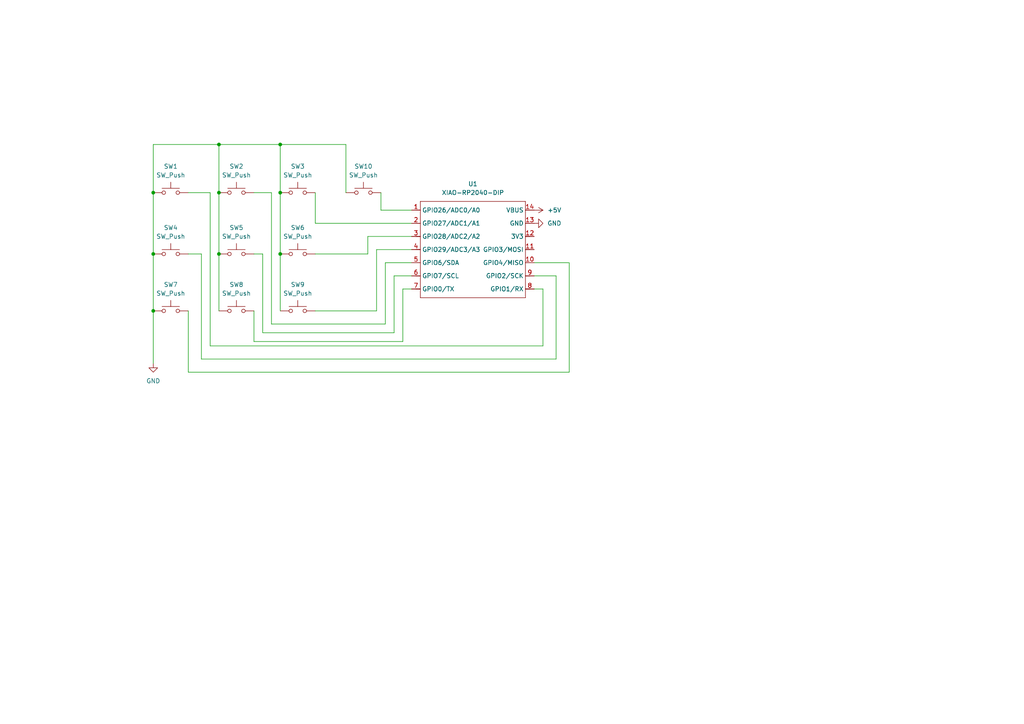
<source format=kicad_sch>
(kicad_sch
	(version 20250114)
	(generator "eeschema")
	(generator_version "9.0")
	(uuid "261bcb19-eafa-4716-a64e-0e08d9b81913")
	(paper "A4")
	(lib_symbols
		(symbol "OPL:XIAO-RP2040-DIP"
			(exclude_from_sim no)
			(in_bom yes)
			(on_board yes)
			(property "Reference" "U"
				(at 0 0 0)
				(effects
					(font
						(size 1.27 1.27)
					)
				)
			)
			(property "Value" "XIAO-RP2040-DIP"
				(at 5.334 -1.778 0)
				(effects
					(font
						(size 1.27 1.27)
					)
				)
			)
			(property "Footprint" "Module:MOUDLE14P-XIAO-DIP-SMD"
				(at 14.478 -32.258 0)
				(effects
					(font
						(size 1.27 1.27)
					)
					(hide yes)
				)
			)
			(property "Datasheet" ""
				(at 0 0 0)
				(effects
					(font
						(size 1.27 1.27)
					)
					(hide yes)
				)
			)
			(property "Description" ""
				(at 0 0 0)
				(effects
					(font
						(size 1.27 1.27)
					)
					(hide yes)
				)
			)
			(symbol "XIAO-RP2040-DIP_1_0"
				(polyline
					(pts
						(xy -1.27 -2.54) (xy 29.21 -2.54)
					)
					(stroke
						(width 0.1524)
						(type solid)
					)
					(fill
						(type none)
					)
				)
				(polyline
					(pts
						(xy -1.27 -5.08) (xy -2.54 -5.08)
					)
					(stroke
						(width 0.1524)
						(type solid)
					)
					(fill
						(type none)
					)
				)
				(polyline
					(pts
						(xy -1.27 -5.08) (xy -1.27 -2.54)
					)
					(stroke
						(width 0.1524)
						(type solid)
					)
					(fill
						(type none)
					)
				)
				(polyline
					(pts
						(xy -1.27 -8.89) (xy -2.54 -8.89)
					)
					(stroke
						(width 0.1524)
						(type solid)
					)
					(fill
						(type none)
					)
				)
				(polyline
					(pts
						(xy -1.27 -8.89) (xy -1.27 -5.08)
					)
					(stroke
						(width 0.1524)
						(type solid)
					)
					(fill
						(type none)
					)
				)
				(polyline
					(pts
						(xy -1.27 -12.7) (xy -2.54 -12.7)
					)
					(stroke
						(width 0.1524)
						(type solid)
					)
					(fill
						(type none)
					)
				)
				(polyline
					(pts
						(xy -1.27 -12.7) (xy -1.27 -8.89)
					)
					(stroke
						(width 0.1524)
						(type solid)
					)
					(fill
						(type none)
					)
				)
				(polyline
					(pts
						(xy -1.27 -16.51) (xy -2.54 -16.51)
					)
					(stroke
						(width 0.1524)
						(type solid)
					)
					(fill
						(type none)
					)
				)
				(polyline
					(pts
						(xy -1.27 -16.51) (xy -1.27 -12.7)
					)
					(stroke
						(width 0.1524)
						(type solid)
					)
					(fill
						(type none)
					)
				)
				(polyline
					(pts
						(xy -1.27 -20.32) (xy -2.54 -20.32)
					)
					(stroke
						(width 0.1524)
						(type solid)
					)
					(fill
						(type none)
					)
				)
				(polyline
					(pts
						(xy -1.27 -24.13) (xy -2.54 -24.13)
					)
					(stroke
						(width 0.1524)
						(type solid)
					)
					(fill
						(type none)
					)
				)
				(polyline
					(pts
						(xy -1.27 -27.94) (xy -2.54 -27.94)
					)
					(stroke
						(width 0.1524)
						(type solid)
					)
					(fill
						(type none)
					)
				)
				(polyline
					(pts
						(xy -1.27 -30.48) (xy -1.27 -16.51)
					)
					(stroke
						(width 0.1524)
						(type solid)
					)
					(fill
						(type none)
					)
				)
				(polyline
					(pts
						(xy 29.21 -2.54) (xy 29.21 -5.08)
					)
					(stroke
						(width 0.1524)
						(type solid)
					)
					(fill
						(type none)
					)
				)
				(polyline
					(pts
						(xy 29.21 -5.08) (xy 29.21 -8.89)
					)
					(stroke
						(width 0.1524)
						(type solid)
					)
					(fill
						(type none)
					)
				)
				(polyline
					(pts
						(xy 29.21 -8.89) (xy 29.21 -12.7)
					)
					(stroke
						(width 0.1524)
						(type solid)
					)
					(fill
						(type none)
					)
				)
				(polyline
					(pts
						(xy 29.21 -12.7) (xy 29.21 -30.48)
					)
					(stroke
						(width 0.1524)
						(type solid)
					)
					(fill
						(type none)
					)
				)
				(polyline
					(pts
						(xy 29.21 -30.48) (xy -1.27 -30.48)
					)
					(stroke
						(width 0.1524)
						(type solid)
					)
					(fill
						(type none)
					)
				)
				(polyline
					(pts
						(xy 30.48 -5.08) (xy 29.21 -5.08)
					)
					(stroke
						(width 0.1524)
						(type solid)
					)
					(fill
						(type none)
					)
				)
				(polyline
					(pts
						(xy 30.48 -8.89) (xy 29.21 -8.89)
					)
					(stroke
						(width 0.1524)
						(type solid)
					)
					(fill
						(type none)
					)
				)
				(polyline
					(pts
						(xy 30.48 -12.7) (xy 29.21 -12.7)
					)
					(stroke
						(width 0.1524)
						(type solid)
					)
					(fill
						(type none)
					)
				)
				(polyline
					(pts
						(xy 30.48 -16.51) (xy 29.21 -16.51)
					)
					(stroke
						(width 0.1524)
						(type solid)
					)
					(fill
						(type none)
					)
				)
				(polyline
					(pts
						(xy 30.48 -20.32) (xy 29.21 -20.32)
					)
					(stroke
						(width 0.1524)
						(type solid)
					)
					(fill
						(type none)
					)
				)
				(polyline
					(pts
						(xy 30.48 -24.13) (xy 29.21 -24.13)
					)
					(stroke
						(width 0.1524)
						(type solid)
					)
					(fill
						(type none)
					)
				)
				(polyline
					(pts
						(xy 30.48 -27.94) (xy 29.21 -27.94)
					)
					(stroke
						(width 0.1524)
						(type solid)
					)
					(fill
						(type none)
					)
				)
				(pin passive line
					(at -3.81 -5.08 0)
					(length 2.54)
					(name "GPIO26/ADC0/A0"
						(effects
							(font
								(size 1.27 1.27)
							)
						)
					)
					(number "1"
						(effects
							(font
								(size 1.27 1.27)
							)
						)
					)
				)
				(pin passive line
					(at -3.81 -8.89 0)
					(length 2.54)
					(name "GPIO27/ADC1/A1"
						(effects
							(font
								(size 1.27 1.27)
							)
						)
					)
					(number "2"
						(effects
							(font
								(size 1.27 1.27)
							)
						)
					)
				)
				(pin passive line
					(at -3.81 -12.7 0)
					(length 2.54)
					(name "GPIO28/ADC2/A2"
						(effects
							(font
								(size 1.27 1.27)
							)
						)
					)
					(number "3"
						(effects
							(font
								(size 1.27 1.27)
							)
						)
					)
				)
				(pin passive line
					(at -3.81 -16.51 0)
					(length 2.54)
					(name "GPIO29/ADC3/A3"
						(effects
							(font
								(size 1.27 1.27)
							)
						)
					)
					(number "4"
						(effects
							(font
								(size 1.27 1.27)
							)
						)
					)
				)
				(pin passive line
					(at -3.81 -20.32 0)
					(length 2.54)
					(name "GPIO6/SDA"
						(effects
							(font
								(size 1.27 1.27)
							)
						)
					)
					(number "5"
						(effects
							(font
								(size 1.27 1.27)
							)
						)
					)
				)
				(pin passive line
					(at -3.81 -24.13 0)
					(length 2.54)
					(name "GPIO7/SCL"
						(effects
							(font
								(size 1.27 1.27)
							)
						)
					)
					(number "6"
						(effects
							(font
								(size 1.27 1.27)
							)
						)
					)
				)
				(pin passive line
					(at -3.81 -27.94 0)
					(length 2.54)
					(name "GPIO0/TX"
						(effects
							(font
								(size 1.27 1.27)
							)
						)
					)
					(number "7"
						(effects
							(font
								(size 1.27 1.27)
							)
						)
					)
				)
				(pin passive line
					(at 31.75 -5.08 180)
					(length 2.54)
					(name "VBUS"
						(effects
							(font
								(size 1.27 1.27)
							)
						)
					)
					(number "14"
						(effects
							(font
								(size 1.27 1.27)
							)
						)
					)
				)
				(pin passive line
					(at 31.75 -8.89 180)
					(length 2.54)
					(name "GND"
						(effects
							(font
								(size 1.27 1.27)
							)
						)
					)
					(number "13"
						(effects
							(font
								(size 1.27 1.27)
							)
						)
					)
				)
				(pin passive line
					(at 31.75 -12.7 180)
					(length 2.54)
					(name "3V3"
						(effects
							(font
								(size 1.27 1.27)
							)
						)
					)
					(number "12"
						(effects
							(font
								(size 1.27 1.27)
							)
						)
					)
				)
				(pin passive line
					(at 31.75 -16.51 180)
					(length 2.54)
					(name "GPIO3/MOSI"
						(effects
							(font
								(size 1.27 1.27)
							)
						)
					)
					(number "11"
						(effects
							(font
								(size 1.27 1.27)
							)
						)
					)
				)
				(pin passive line
					(at 31.75 -20.32 180)
					(length 2.54)
					(name "GPIO4/MISO"
						(effects
							(font
								(size 1.27 1.27)
							)
						)
					)
					(number "10"
						(effects
							(font
								(size 1.27 1.27)
							)
						)
					)
				)
				(pin passive line
					(at 31.75 -24.13 180)
					(length 2.54)
					(name "GPIO2/SCK"
						(effects
							(font
								(size 1.27 1.27)
							)
						)
					)
					(number "9"
						(effects
							(font
								(size 1.27 1.27)
							)
						)
					)
				)
				(pin passive line
					(at 31.75 -27.94 180)
					(length 2.54)
					(name "GPIO1/RX"
						(effects
							(font
								(size 1.27 1.27)
							)
						)
					)
					(number "8"
						(effects
							(font
								(size 1.27 1.27)
							)
						)
					)
				)
			)
			(embedded_fonts no)
		)
		(symbol "Switch:SW_Push"
			(pin_numbers
				(hide yes)
			)
			(pin_names
				(offset 1.016)
				(hide yes)
			)
			(exclude_from_sim no)
			(in_bom yes)
			(on_board yes)
			(property "Reference" "SW"
				(at 1.27 2.54 0)
				(effects
					(font
						(size 1.27 1.27)
					)
					(justify left)
				)
			)
			(property "Value" "SW_Push"
				(at 0 -1.524 0)
				(effects
					(font
						(size 1.27 1.27)
					)
				)
			)
			(property "Footprint" ""
				(at 0 5.08 0)
				(effects
					(font
						(size 1.27 1.27)
					)
					(hide yes)
				)
			)
			(property "Datasheet" "~"
				(at 0 5.08 0)
				(effects
					(font
						(size 1.27 1.27)
					)
					(hide yes)
				)
			)
			(property "Description" "Push button switch, generic, two pins"
				(at 0 0 0)
				(effects
					(font
						(size 1.27 1.27)
					)
					(hide yes)
				)
			)
			(property "ki_keywords" "switch normally-open pushbutton push-button"
				(at 0 0 0)
				(effects
					(font
						(size 1.27 1.27)
					)
					(hide yes)
				)
			)
			(symbol "SW_Push_0_1"
				(circle
					(center -2.032 0)
					(radius 0.508)
					(stroke
						(width 0)
						(type default)
					)
					(fill
						(type none)
					)
				)
				(polyline
					(pts
						(xy 0 1.27) (xy 0 3.048)
					)
					(stroke
						(width 0)
						(type default)
					)
					(fill
						(type none)
					)
				)
				(circle
					(center 2.032 0)
					(radius 0.508)
					(stroke
						(width 0)
						(type default)
					)
					(fill
						(type none)
					)
				)
				(polyline
					(pts
						(xy 2.54 1.27) (xy -2.54 1.27)
					)
					(stroke
						(width 0)
						(type default)
					)
					(fill
						(type none)
					)
				)
				(pin passive line
					(at -5.08 0 0)
					(length 2.54)
					(name "1"
						(effects
							(font
								(size 1.27 1.27)
							)
						)
					)
					(number "1"
						(effects
							(font
								(size 1.27 1.27)
							)
						)
					)
				)
				(pin passive line
					(at 5.08 0 180)
					(length 2.54)
					(name "2"
						(effects
							(font
								(size 1.27 1.27)
							)
						)
					)
					(number "2"
						(effects
							(font
								(size 1.27 1.27)
							)
						)
					)
				)
			)
			(embedded_fonts no)
		)
		(symbol "power:+5V"
			(power)
			(pin_numbers
				(hide yes)
			)
			(pin_names
				(offset 0)
				(hide yes)
			)
			(exclude_from_sim no)
			(in_bom yes)
			(on_board yes)
			(property "Reference" "#PWR"
				(at 0 -3.81 0)
				(effects
					(font
						(size 1.27 1.27)
					)
					(hide yes)
				)
			)
			(property "Value" "+5V"
				(at 0 3.556 0)
				(effects
					(font
						(size 1.27 1.27)
					)
				)
			)
			(property "Footprint" ""
				(at 0 0 0)
				(effects
					(font
						(size 1.27 1.27)
					)
					(hide yes)
				)
			)
			(property "Datasheet" ""
				(at 0 0 0)
				(effects
					(font
						(size 1.27 1.27)
					)
					(hide yes)
				)
			)
			(property "Description" "Power symbol creates a global label with name \"+5V\""
				(at 0 0 0)
				(effects
					(font
						(size 1.27 1.27)
					)
					(hide yes)
				)
			)
			(property "ki_keywords" "global power"
				(at 0 0 0)
				(effects
					(font
						(size 1.27 1.27)
					)
					(hide yes)
				)
			)
			(symbol "+5V_0_1"
				(polyline
					(pts
						(xy -0.762 1.27) (xy 0 2.54)
					)
					(stroke
						(width 0)
						(type default)
					)
					(fill
						(type none)
					)
				)
				(polyline
					(pts
						(xy 0 2.54) (xy 0.762 1.27)
					)
					(stroke
						(width 0)
						(type default)
					)
					(fill
						(type none)
					)
				)
				(polyline
					(pts
						(xy 0 0) (xy 0 2.54)
					)
					(stroke
						(width 0)
						(type default)
					)
					(fill
						(type none)
					)
				)
			)
			(symbol "+5V_1_1"
				(pin power_in line
					(at 0 0 90)
					(length 0)
					(name "~"
						(effects
							(font
								(size 1.27 1.27)
							)
						)
					)
					(number "1"
						(effects
							(font
								(size 1.27 1.27)
							)
						)
					)
				)
			)
			(embedded_fonts no)
		)
		(symbol "power:GND"
			(power)
			(pin_numbers
				(hide yes)
			)
			(pin_names
				(offset 0)
				(hide yes)
			)
			(exclude_from_sim no)
			(in_bom yes)
			(on_board yes)
			(property "Reference" "#PWR"
				(at 0 -6.35 0)
				(effects
					(font
						(size 1.27 1.27)
					)
					(hide yes)
				)
			)
			(property "Value" "GND"
				(at 0 -3.81 0)
				(effects
					(font
						(size 1.27 1.27)
					)
				)
			)
			(property "Footprint" ""
				(at 0 0 0)
				(effects
					(font
						(size 1.27 1.27)
					)
					(hide yes)
				)
			)
			(property "Datasheet" ""
				(at 0 0 0)
				(effects
					(font
						(size 1.27 1.27)
					)
					(hide yes)
				)
			)
			(property "Description" "Power symbol creates a global label with name \"GND\" , ground"
				(at 0 0 0)
				(effects
					(font
						(size 1.27 1.27)
					)
					(hide yes)
				)
			)
			(property "ki_keywords" "global power"
				(at 0 0 0)
				(effects
					(font
						(size 1.27 1.27)
					)
					(hide yes)
				)
			)
			(symbol "GND_0_1"
				(polyline
					(pts
						(xy 0 0) (xy 0 -1.27) (xy 1.27 -1.27) (xy 0 -2.54) (xy -1.27 -1.27) (xy 0 -1.27)
					)
					(stroke
						(width 0)
						(type default)
					)
					(fill
						(type none)
					)
				)
			)
			(symbol "GND_1_1"
				(pin power_in line
					(at 0 0 270)
					(length 0)
					(name "~"
						(effects
							(font
								(size 1.27 1.27)
							)
						)
					)
					(number "1"
						(effects
							(font
								(size 1.27 1.27)
							)
						)
					)
				)
			)
			(embedded_fonts no)
		)
	)
	(junction
		(at 81.28 41.91)
		(diameter 0)
		(color 0 0 0 0)
		(uuid "073a4866-3b80-4e50-8801-644e4b4e3399")
	)
	(junction
		(at 63.5 55.88)
		(diameter 0)
		(color 0 0 0 0)
		(uuid "0dab75e5-e1f7-427c-a8c7-335e069df1d7")
	)
	(junction
		(at 63.5 41.91)
		(diameter 0)
		(color 0 0 0 0)
		(uuid "3109852f-7c73-4b12-95a7-e4438b85957d")
	)
	(junction
		(at 81.28 73.66)
		(diameter 0)
		(color 0 0 0 0)
		(uuid "395b7f71-271f-450f-957a-12e991fe9dc2")
	)
	(junction
		(at 44.45 55.88)
		(diameter 0)
		(color 0 0 0 0)
		(uuid "65879e28-b3f6-4246-a9fb-b6ab83de6998")
	)
	(junction
		(at 81.28 55.88)
		(diameter 0)
		(color 0 0 0 0)
		(uuid "bef00862-8135-44c0-877d-f1659b07168b")
	)
	(junction
		(at 63.5 73.66)
		(diameter 0)
		(color 0 0 0 0)
		(uuid "d403ad3f-8d68-40b1-8bfc-372117243c71")
	)
	(junction
		(at 44.45 90.17)
		(diameter 0)
		(color 0 0 0 0)
		(uuid "f3429f92-f056-4341-be14-d2a0c54b301f")
	)
	(junction
		(at 44.45 73.66)
		(diameter 0)
		(color 0 0 0 0)
		(uuid "f558ceeb-b534-41d9-8ba6-b11071ac9dc9")
	)
	(wire
		(pts
			(xy 100.33 55.88) (xy 100.33 41.91)
		)
		(stroke
			(width 0)
			(type default)
		)
		(uuid "03ffa8dc-501a-464b-a468-a59790b51c3e")
	)
	(wire
		(pts
			(xy 91.44 90.17) (xy 109.22 90.17)
		)
		(stroke
			(width 0)
			(type default)
		)
		(uuid "0424c808-2fdf-4fb4-bedf-036f5dbe98e1")
	)
	(wire
		(pts
			(xy 81.28 55.88) (xy 81.28 41.91)
		)
		(stroke
			(width 0)
			(type default)
		)
		(uuid "04b004e5-cc68-4e2e-be08-1397a60a4ead")
	)
	(wire
		(pts
			(xy 165.1 107.95) (xy 165.1 76.2)
		)
		(stroke
			(width 0)
			(type default)
		)
		(uuid "0c714220-f301-4b1f-92af-f93c486472da")
	)
	(wire
		(pts
			(xy 63.5 41.91) (xy 63.5 55.88)
		)
		(stroke
			(width 0)
			(type default)
		)
		(uuid "10a372c2-e39e-485a-9edd-76a6b2f127f6")
	)
	(wire
		(pts
			(xy 106.68 73.66) (xy 106.68 68.58)
		)
		(stroke
			(width 0)
			(type default)
		)
		(uuid "1984dfb7-1cb1-44ca-a63e-16a4af684975")
	)
	(wire
		(pts
			(xy 76.2 96.52) (xy 114.3 96.52)
		)
		(stroke
			(width 0)
			(type default)
		)
		(uuid "1a6088d1-f0b6-4be2-9760-8ef55765271c")
	)
	(wire
		(pts
			(xy 114.3 80.01) (xy 119.38 80.01)
		)
		(stroke
			(width 0)
			(type default)
		)
		(uuid "1acfb4d3-7010-4404-a3ad-6c2b1dd06800")
	)
	(wire
		(pts
			(xy 106.68 68.58) (xy 119.38 68.58)
		)
		(stroke
			(width 0)
			(type default)
		)
		(uuid "1df84a04-0bd5-4851-a51c-8952b36daf93")
	)
	(wire
		(pts
			(xy 54.61 55.88) (xy 60.96 55.88)
		)
		(stroke
			(width 0)
			(type default)
		)
		(uuid "2628881c-2889-4084-b392-6d5d89290582")
	)
	(wire
		(pts
			(xy 44.45 73.66) (xy 44.45 90.17)
		)
		(stroke
			(width 0)
			(type default)
		)
		(uuid "28f1b2d6-d318-43d3-a64c-761a64c9fd4a")
	)
	(wire
		(pts
			(xy 157.48 83.82) (xy 154.94 83.82)
		)
		(stroke
			(width 0)
			(type default)
		)
		(uuid "29326014-4300-4692-b0b8-957fa3dd60dc")
	)
	(wire
		(pts
			(xy 76.2 73.66) (xy 76.2 96.52)
		)
		(stroke
			(width 0)
			(type default)
		)
		(uuid "3cdadd29-54d6-4b45-9550-40f1b4d72820")
	)
	(wire
		(pts
			(xy 73.66 99.06) (xy 116.84 99.06)
		)
		(stroke
			(width 0)
			(type default)
		)
		(uuid "3ffaf57b-84f7-481a-b08e-40b2d48e03a9")
	)
	(wire
		(pts
			(xy 114.3 96.52) (xy 114.3 80.01)
		)
		(stroke
			(width 0)
			(type default)
		)
		(uuid "408f98a5-310c-4e23-a417-4ab32ec01ab6")
	)
	(wire
		(pts
			(xy 81.28 41.91) (xy 63.5 41.91)
		)
		(stroke
			(width 0)
			(type default)
		)
		(uuid "49b84674-cf06-44d3-8c6d-df3e8c0310da")
	)
	(wire
		(pts
			(xy 110.49 55.88) (xy 110.49 60.96)
		)
		(stroke
			(width 0)
			(type default)
		)
		(uuid "4c9419ec-8c3b-4454-8b1c-e95a8cc14acf")
	)
	(wire
		(pts
			(xy 91.44 73.66) (xy 106.68 73.66)
		)
		(stroke
			(width 0)
			(type default)
		)
		(uuid "4e8ba5a4-5474-41fa-92b2-6b73e3136f24")
	)
	(wire
		(pts
			(xy 81.28 90.17) (xy 81.28 73.66)
		)
		(stroke
			(width 0)
			(type default)
		)
		(uuid "4fb8556e-d0d8-4d1f-9742-971252697c59")
	)
	(wire
		(pts
			(xy 111.76 93.98) (xy 111.76 76.2)
		)
		(stroke
			(width 0)
			(type default)
		)
		(uuid "55c8f430-a19c-454d-b4e0-e0087c1339ed")
	)
	(wire
		(pts
			(xy 58.42 73.66) (xy 58.42 104.14)
		)
		(stroke
			(width 0)
			(type default)
		)
		(uuid "57b58dbc-6640-4c1b-8009-981cf7d62371")
	)
	(wire
		(pts
			(xy 63.5 73.66) (xy 63.5 55.88)
		)
		(stroke
			(width 0)
			(type default)
		)
		(uuid "5a490afd-8f38-4c29-9a22-9c955f0421e9")
	)
	(wire
		(pts
			(xy 73.66 73.66) (xy 76.2 73.66)
		)
		(stroke
			(width 0)
			(type default)
		)
		(uuid "5fd1572f-968d-49fc-9fab-d479da80a99c")
	)
	(wire
		(pts
			(xy 73.66 90.17) (xy 73.66 99.06)
		)
		(stroke
			(width 0)
			(type default)
		)
		(uuid "640ac21b-0e69-44fd-87a2-5826dfbcf80a")
	)
	(wire
		(pts
			(xy 58.42 104.14) (xy 161.29 104.14)
		)
		(stroke
			(width 0)
			(type default)
		)
		(uuid "65a63620-9835-4387-8b72-ae96f23f2708")
	)
	(wire
		(pts
			(xy 161.29 80.01) (xy 154.94 80.01)
		)
		(stroke
			(width 0)
			(type default)
		)
		(uuid "72916c03-7408-45b9-af96-8c209bd71c24")
	)
	(wire
		(pts
			(xy 157.48 100.33) (xy 157.48 83.82)
		)
		(stroke
			(width 0)
			(type default)
		)
		(uuid "74f57e12-d2f3-42ea-97cf-04bbad523851")
	)
	(wire
		(pts
			(xy 161.29 104.14) (xy 161.29 80.01)
		)
		(stroke
			(width 0)
			(type default)
		)
		(uuid "75b1db8c-c265-4fa0-a223-c9372f9e122d")
	)
	(wire
		(pts
			(xy 63.5 41.91) (xy 44.45 41.91)
		)
		(stroke
			(width 0)
			(type default)
		)
		(uuid "7df2ab31-4b48-48f4-9732-5572a8236a00")
	)
	(wire
		(pts
			(xy 73.66 55.88) (xy 78.74 55.88)
		)
		(stroke
			(width 0)
			(type default)
		)
		(uuid "82fcffa2-2e6c-4243-8273-2eb77217e4cf")
	)
	(wire
		(pts
			(xy 78.74 55.88) (xy 78.74 93.98)
		)
		(stroke
			(width 0)
			(type default)
		)
		(uuid "86b41c20-7f66-420b-be9f-1ceccba01ed9")
	)
	(wire
		(pts
			(xy 109.22 90.17) (xy 109.22 72.39)
		)
		(stroke
			(width 0)
			(type default)
		)
		(uuid "887b54a8-2286-40d2-aaee-333e5c297aeb")
	)
	(wire
		(pts
			(xy 44.45 90.17) (xy 44.45 105.41)
		)
		(stroke
			(width 0)
			(type default)
		)
		(uuid "8f2807d3-70e3-4d22-92fc-3fb4ce63156a")
	)
	(wire
		(pts
			(xy 44.45 55.88) (xy 44.45 73.66)
		)
		(stroke
			(width 0)
			(type default)
		)
		(uuid "900d3d28-26c8-4f5a-972a-8fd39a79f6e9")
	)
	(wire
		(pts
			(xy 165.1 76.2) (xy 154.94 76.2)
		)
		(stroke
			(width 0)
			(type default)
		)
		(uuid "9abd744a-fb6b-42ed-b35f-eb7455ff2bbb")
	)
	(wire
		(pts
			(xy 54.61 90.17) (xy 54.61 107.95)
		)
		(stroke
			(width 0)
			(type default)
		)
		(uuid "9f050c70-1390-4d44-90a0-c89ae46aa419")
	)
	(wire
		(pts
			(xy 44.45 41.91) (xy 44.45 55.88)
		)
		(stroke
			(width 0)
			(type default)
		)
		(uuid "a1caded1-4dc6-4508-ad91-f39f36742ced")
	)
	(wire
		(pts
			(xy 100.33 41.91) (xy 81.28 41.91)
		)
		(stroke
			(width 0)
			(type default)
		)
		(uuid "a48313dd-6ea1-4e2a-b93e-7fbdc297b926")
	)
	(wire
		(pts
			(xy 109.22 72.39) (xy 119.38 72.39)
		)
		(stroke
			(width 0)
			(type default)
		)
		(uuid "a81a8251-5b32-444c-abd3-414b79474a45")
	)
	(wire
		(pts
			(xy 110.49 60.96) (xy 119.38 60.96)
		)
		(stroke
			(width 0)
			(type default)
		)
		(uuid "ac3704ca-cfb6-4c45-a953-7f7fad237e15")
	)
	(wire
		(pts
			(xy 91.44 64.77) (xy 119.38 64.77)
		)
		(stroke
			(width 0)
			(type default)
		)
		(uuid "b517258b-be03-4a24-bdce-3c5c8d0aa423")
	)
	(wire
		(pts
			(xy 116.84 83.82) (xy 119.38 83.82)
		)
		(stroke
			(width 0)
			(type default)
		)
		(uuid "c048cc04-3545-4c75-ad1a-1dd5f85f6a62")
	)
	(wire
		(pts
			(xy 60.96 100.33) (xy 157.48 100.33)
		)
		(stroke
			(width 0)
			(type default)
		)
		(uuid "c5fa995e-ed78-4595-9df7-c6f0cfca6107")
	)
	(wire
		(pts
			(xy 63.5 90.17) (xy 63.5 73.66)
		)
		(stroke
			(width 0)
			(type default)
		)
		(uuid "cf063183-935e-47db-bd3f-45e9253aa597")
	)
	(wire
		(pts
			(xy 81.28 73.66) (xy 81.28 55.88)
		)
		(stroke
			(width 0)
			(type default)
		)
		(uuid "d80ab086-7932-4a58-8e91-5686ec214eb3")
	)
	(wire
		(pts
			(xy 116.84 99.06) (xy 116.84 83.82)
		)
		(stroke
			(width 0)
			(type default)
		)
		(uuid "d9b7f491-df64-470d-a927-f4e366c82e49")
	)
	(wire
		(pts
			(xy 78.74 93.98) (xy 111.76 93.98)
		)
		(stroke
			(width 0)
			(type default)
		)
		(uuid "dab10ba1-cf05-427f-bc05-0d7b710f92de")
	)
	(wire
		(pts
			(xy 60.96 55.88) (xy 60.96 100.33)
		)
		(stroke
			(width 0)
			(type default)
		)
		(uuid "dc02b8eb-586c-4156-ae2a-2f116b119ce8")
	)
	(wire
		(pts
			(xy 54.61 73.66) (xy 58.42 73.66)
		)
		(stroke
			(width 0)
			(type default)
		)
		(uuid "e5604987-a505-46ea-b768-eb05811e7398")
	)
	(wire
		(pts
			(xy 54.61 107.95) (xy 165.1 107.95)
		)
		(stroke
			(width 0)
			(type default)
		)
		(uuid "e6e96c6c-8d51-4f0f-b1a9-f02b0532bbea")
	)
	(wire
		(pts
			(xy 91.44 55.88) (xy 91.44 64.77)
		)
		(stroke
			(width 0)
			(type default)
		)
		(uuid "eb6e3fe5-ca26-45f3-b456-aeef478a92a9")
	)
	(wire
		(pts
			(xy 111.76 76.2) (xy 119.38 76.2)
		)
		(stroke
			(width 0)
			(type default)
		)
		(uuid "efe5b684-9adf-40d6-aea7-db05b34d4ac0")
	)
	(symbol
		(lib_id "OPL:XIAO-RP2040-DIP")
		(at 123.19 55.88 0)
		(unit 1)
		(exclude_from_sim no)
		(in_bom yes)
		(on_board yes)
		(dnp no)
		(fields_autoplaced yes)
		(uuid "02d628d8-4ad1-4855-81df-3e879c16ebf8")
		(property "Reference" "U1"
			(at 137.16 53.34 0)
			(effects
				(font
					(size 1.27 1.27)
				)
			)
		)
		(property "Value" "XIAO-RP2040-DIP"
			(at 137.16 55.88 0)
			(effects
				(font
					(size 1.27 1.27)
				)
			)
		)
		(property "Footprint" "OPL:XIAO-RP2040-DIP"
			(at 137.668 88.138 0)
			(effects
				(font
					(size 1.27 1.27)
				)
				(hide yes)
			)
		)
		(property "Datasheet" ""
			(at 123.19 55.88 0)
			(effects
				(font
					(size 1.27 1.27)
				)
				(hide yes)
			)
		)
		(property "Description" ""
			(at 123.19 55.88 0)
			(effects
				(font
					(size 1.27 1.27)
				)
				(hide yes)
			)
		)
		(pin "1"
			(uuid "dc4a92b5-8ba5-4e5d-ab15-db5d7aa8282f")
		)
		(pin "3"
			(uuid "53e9d807-7185-4df4-afae-199a7aa7caab")
		)
		(pin "4"
			(uuid "e0d7aba1-cb17-47c8-9130-4e1b0775da40")
		)
		(pin "5"
			(uuid "9ea12726-176e-4b1a-9679-13c26af804f6")
		)
		(pin "2"
			(uuid "972723b2-1b6a-4035-b2ca-ebe6fbcb7f20")
		)
		(pin "6"
			(uuid "254e3e7e-e1f1-49a8-8ce3-57faa11e44e5")
		)
		(pin "9"
			(uuid "2b9d0bd2-240f-4bb7-9b89-56d8082101cc")
		)
		(pin "11"
			(uuid "a0397d3a-5baa-4881-9240-2a181b836945")
		)
		(pin "12"
			(uuid "1bba47f0-32ee-4c39-9744-bbf7149b0620")
		)
		(pin "8"
			(uuid "7179a1ee-b91b-4d8c-8607-a9766b7a9294")
		)
		(pin "14"
			(uuid "e9d2e0d8-7e4a-45cf-bdc9-e66219f68af4")
		)
		(pin "10"
			(uuid "d4e96c6a-8e26-4dce-96d4-7a8dbb04ffba")
		)
		(pin "7"
			(uuid "b12e7dc7-1f35-49e6-acd1-60eeeab69398")
		)
		(pin "13"
			(uuid "11850a2e-ddd6-4b5a-8cad-99ffa722e2a6")
		)
		(instances
			(project ""
				(path "/261bcb19-eafa-4716-a64e-0e08d9b81913"
					(reference "U1")
					(unit 1)
				)
			)
		)
	)
	(symbol
		(lib_id "Switch:SW_Push")
		(at 105.41 55.88 0)
		(unit 1)
		(exclude_from_sim no)
		(in_bom yes)
		(on_board yes)
		(dnp no)
		(fields_autoplaced yes)
		(uuid "1604bb19-3d93-4560-b455-31ed26972591")
		(property "Reference" "SW10"
			(at 105.41 48.26 0)
			(effects
				(font
					(size 1.27 1.27)
				)
			)
		)
		(property "Value" "SW_Push"
			(at 105.41 50.8 0)
			(effects
				(font
					(size 1.27 1.27)
				)
			)
		)
		(property "Footprint" "Button_Switch_Keyboard:SW_Cherry_MX_1.00u_PCB"
			(at 105.41 50.8 0)
			(effects
				(font
					(size 1.27 1.27)
				)
				(hide yes)
			)
		)
		(property "Datasheet" "~"
			(at 105.41 50.8 0)
			(effects
				(font
					(size 1.27 1.27)
				)
				(hide yes)
			)
		)
		(property "Description" "Push button switch, generic, two pins"
			(at 105.41 55.88 0)
			(effects
				(font
					(size 1.27 1.27)
				)
				(hide yes)
			)
		)
		(pin "2"
			(uuid "1fda5339-5ec6-438a-90fa-38cdeecd5591")
		)
		(pin "1"
			(uuid "ce6a8c29-9852-43ca-9e4c-5080b688fe4e")
		)
		(instances
			(project ""
				(path "/261bcb19-eafa-4716-a64e-0e08d9b81913"
					(reference "SW10")
					(unit 1)
				)
			)
		)
	)
	(symbol
		(lib_id "Switch:SW_Push")
		(at 86.36 90.17 0)
		(unit 1)
		(exclude_from_sim no)
		(in_bom yes)
		(on_board yes)
		(dnp no)
		(fields_autoplaced yes)
		(uuid "31ba6a90-a27a-472c-8525-d60e158c4be9")
		(property "Reference" "SW9"
			(at 86.36 82.55 0)
			(effects
				(font
					(size 1.27 1.27)
				)
			)
		)
		(property "Value" "SW_Push"
			(at 86.36 85.09 0)
			(effects
				(font
					(size 1.27 1.27)
				)
			)
		)
		(property "Footprint" "Button_Switch_Keyboard:SW_Cherry_MX_1.00u_PCB"
			(at 86.36 85.09 0)
			(effects
				(font
					(size 1.27 1.27)
				)
				(hide yes)
			)
		)
		(property "Datasheet" "~"
			(at 86.36 85.09 0)
			(effects
				(font
					(size 1.27 1.27)
				)
				(hide yes)
			)
		)
		(property "Description" "Push button switch, generic, two pins"
			(at 86.36 90.17 0)
			(effects
				(font
					(size 1.27 1.27)
				)
				(hide yes)
			)
		)
		(pin "1"
			(uuid "f4010e24-1952-4a79-a915-91aa729ace71")
		)
		(pin "2"
			(uuid "63574b94-f8da-44ad-953c-12ae71e20c76")
		)
		(instances
			(project ""
				(path "/261bcb19-eafa-4716-a64e-0e08d9b81913"
					(reference "SW9")
					(unit 1)
				)
			)
		)
	)
	(symbol
		(lib_id "power:GND")
		(at 154.94 64.77 90)
		(unit 1)
		(exclude_from_sim no)
		(in_bom yes)
		(on_board yes)
		(dnp no)
		(fields_autoplaced yes)
		(uuid "41bdc248-1500-415e-ac9c-60ff09ce2a53")
		(property "Reference" "#PWR02"
			(at 161.29 64.77 0)
			(effects
				(font
					(size 1.27 1.27)
				)
				(hide yes)
			)
		)
		(property "Value" "GND"
			(at 158.75 64.7699 90)
			(effects
				(font
					(size 1.27 1.27)
				)
				(justify right)
			)
		)
		(property "Footprint" ""
			(at 154.94 64.77 0)
			(effects
				(font
					(size 1.27 1.27)
				)
				(hide yes)
			)
		)
		(property "Datasheet" ""
			(at 154.94 64.77 0)
			(effects
				(font
					(size 1.27 1.27)
				)
				(hide yes)
			)
		)
		(property "Description" "Power symbol creates a global label with name \"GND\" , ground"
			(at 154.94 64.77 0)
			(effects
				(font
					(size 1.27 1.27)
				)
				(hide yes)
			)
		)
		(pin "1"
			(uuid "62d70081-4681-4e37-ab1f-9a9dffc87cba")
		)
		(instances
			(project ""
				(path "/261bcb19-eafa-4716-a64e-0e08d9b81913"
					(reference "#PWR02")
					(unit 1)
				)
			)
		)
	)
	(symbol
		(lib_id "Switch:SW_Push")
		(at 86.36 73.66 0)
		(unit 1)
		(exclude_from_sim no)
		(in_bom yes)
		(on_board yes)
		(dnp no)
		(fields_autoplaced yes)
		(uuid "5349edef-16b2-441a-ad9f-31e258f0e875")
		(property "Reference" "SW6"
			(at 86.36 66.04 0)
			(effects
				(font
					(size 1.27 1.27)
				)
			)
		)
		(property "Value" "SW_Push"
			(at 86.36 68.58 0)
			(effects
				(font
					(size 1.27 1.27)
				)
			)
		)
		(property "Footprint" "Button_Switch_Keyboard:SW_Cherry_MX_1.00u_PCB"
			(at 86.36 68.58 0)
			(effects
				(font
					(size 1.27 1.27)
				)
				(hide yes)
			)
		)
		(property "Datasheet" "~"
			(at 86.36 68.58 0)
			(effects
				(font
					(size 1.27 1.27)
				)
				(hide yes)
			)
		)
		(property "Description" "Push button switch, generic, two pins"
			(at 86.36 73.66 0)
			(effects
				(font
					(size 1.27 1.27)
				)
				(hide yes)
			)
		)
		(pin "1"
			(uuid "f4010e24-1952-4a79-a915-91aa729ace71")
		)
		(pin "2"
			(uuid "63574b94-f8da-44ad-953c-12ae71e20c76")
		)
		(instances
			(project ""
				(path "/261bcb19-eafa-4716-a64e-0e08d9b81913"
					(reference "SW6")
					(unit 1)
				)
			)
		)
	)
	(symbol
		(lib_id "Switch:SW_Push")
		(at 86.36 55.88 0)
		(unit 1)
		(exclude_from_sim no)
		(in_bom yes)
		(on_board yes)
		(dnp no)
		(fields_autoplaced yes)
		(uuid "59e33f81-872c-4a9b-933f-57f8d4e12e8b")
		(property "Reference" "SW3"
			(at 86.36 48.26 0)
			(effects
				(font
					(size 1.27 1.27)
				)
			)
		)
		(property "Value" "SW_Push"
			(at 86.36 50.8 0)
			(effects
				(font
					(size 1.27 1.27)
				)
			)
		)
		(property "Footprint" "Button_Switch_Keyboard:SW_Cherry_MX_1.00u_PCB"
			(at 86.36 50.8 0)
			(effects
				(font
					(size 1.27 1.27)
				)
				(hide yes)
			)
		)
		(property "Datasheet" "~"
			(at 86.36 50.8 0)
			(effects
				(font
					(size 1.27 1.27)
				)
				(hide yes)
			)
		)
		(property "Description" "Push button switch, generic, two pins"
			(at 86.36 55.88 0)
			(effects
				(font
					(size 1.27 1.27)
				)
				(hide yes)
			)
		)
		(pin "1"
			(uuid "f4010e24-1952-4a79-a915-91aa729ace71")
		)
		(pin "2"
			(uuid "63574b94-f8da-44ad-953c-12ae71e20c76")
		)
		(instances
			(project ""
				(path "/261bcb19-eafa-4716-a64e-0e08d9b81913"
					(reference "SW3")
					(unit 1)
				)
			)
		)
	)
	(symbol
		(lib_id "Switch:SW_Push")
		(at 49.53 55.88 0)
		(unit 1)
		(exclude_from_sim no)
		(in_bom yes)
		(on_board yes)
		(dnp no)
		(fields_autoplaced yes)
		(uuid "76aa9b30-0684-40cb-b228-8dfe148284fd")
		(property "Reference" "SW1"
			(at 49.53 48.26 0)
			(effects
				(font
					(size 1.27 1.27)
				)
			)
		)
		(property "Value" "SW_Push"
			(at 49.53 50.8 0)
			(effects
				(font
					(size 1.27 1.27)
				)
			)
		)
		(property "Footprint" "Button_Switch_Keyboard:SW_Cherry_MX_1.00u_PCB"
			(at 49.53 50.8 0)
			(effects
				(font
					(size 1.27 1.27)
				)
				(hide yes)
			)
		)
		(property "Datasheet" "~"
			(at 49.53 50.8 0)
			(effects
				(font
					(size 1.27 1.27)
				)
				(hide yes)
			)
		)
		(property "Description" "Push button switch, generic, two pins"
			(at 49.53 55.88 0)
			(effects
				(font
					(size 1.27 1.27)
				)
				(hide yes)
			)
		)
		(pin "1"
			(uuid "f4010e24-1952-4a79-a915-91aa729ace71")
		)
		(pin "2"
			(uuid "63574b94-f8da-44ad-953c-12ae71e20c76")
		)
		(instances
			(project ""
				(path "/261bcb19-eafa-4716-a64e-0e08d9b81913"
					(reference "SW1")
					(unit 1)
				)
			)
		)
	)
	(symbol
		(lib_id "power:+5V")
		(at 154.94 60.96 270)
		(unit 1)
		(exclude_from_sim no)
		(in_bom yes)
		(on_board yes)
		(dnp no)
		(fields_autoplaced yes)
		(uuid "8491931d-d282-4bb6-97fd-1aa234082d8e")
		(property "Reference" "#PWR04"
			(at 151.13 60.96 0)
			(effects
				(font
					(size 1.27 1.27)
				)
				(hide yes)
			)
		)
		(property "Value" "+5V"
			(at 158.75 60.9599 90)
			(effects
				(font
					(size 1.27 1.27)
				)
				(justify left)
			)
		)
		(property "Footprint" ""
			(at 154.94 60.96 0)
			(effects
				(font
					(size 1.27 1.27)
				)
				(hide yes)
			)
		)
		(property "Datasheet" ""
			(at 154.94 60.96 0)
			(effects
				(font
					(size 1.27 1.27)
				)
				(hide yes)
			)
		)
		(property "Description" "Power symbol creates a global label with name \"+5V\""
			(at 154.94 60.96 0)
			(effects
				(font
					(size 1.27 1.27)
				)
				(hide yes)
			)
		)
		(pin "1"
			(uuid "b24b9fa6-a624-42af-851d-6cef1a3f9498")
		)
		(instances
			(project ""
				(path "/261bcb19-eafa-4716-a64e-0e08d9b81913"
					(reference "#PWR04")
					(unit 1)
				)
			)
		)
	)
	(symbol
		(lib_id "Switch:SW_Push")
		(at 68.58 55.88 0)
		(unit 1)
		(exclude_from_sim no)
		(in_bom yes)
		(on_board yes)
		(dnp no)
		(fields_autoplaced yes)
		(uuid "84b4391f-2228-49f8-be96-8013e4e6bf58")
		(property "Reference" "SW2"
			(at 68.58 48.26 0)
			(effects
				(font
					(size 1.27 1.27)
				)
			)
		)
		(property "Value" "SW_Push"
			(at 68.58 50.8 0)
			(effects
				(font
					(size 1.27 1.27)
				)
			)
		)
		(property "Footprint" "Button_Switch_Keyboard:SW_Cherry_MX_1.00u_PCB"
			(at 68.58 50.8 0)
			(effects
				(font
					(size 1.27 1.27)
				)
				(hide yes)
			)
		)
		(property "Datasheet" "~"
			(at 68.58 50.8 0)
			(effects
				(font
					(size 1.27 1.27)
				)
				(hide yes)
			)
		)
		(property "Description" "Push button switch, generic, two pins"
			(at 68.58 55.88 0)
			(effects
				(font
					(size 1.27 1.27)
				)
				(hide yes)
			)
		)
		(pin "1"
			(uuid "f4010e24-1952-4a79-a915-91aa729ace71")
		)
		(pin "2"
			(uuid "63574b94-f8da-44ad-953c-12ae71e20c76")
		)
		(instances
			(project ""
				(path "/261bcb19-eafa-4716-a64e-0e08d9b81913"
					(reference "SW2")
					(unit 1)
				)
			)
		)
	)
	(symbol
		(lib_id "power:GND")
		(at 44.45 105.41 0)
		(unit 1)
		(exclude_from_sim no)
		(in_bom yes)
		(on_board yes)
		(dnp no)
		(fields_autoplaced yes)
		(uuid "9a79e2a4-3447-43f1-b5a0-42db6ca47b1e")
		(property "Reference" "#PWR01"
			(at 44.45 111.76 0)
			(effects
				(font
					(size 1.27 1.27)
				)
				(hide yes)
			)
		)
		(property "Value" "GND"
			(at 44.45 110.49 0)
			(effects
				(font
					(size 1.27 1.27)
				)
			)
		)
		(property "Footprint" ""
			(at 44.45 105.41 0)
			(effects
				(font
					(size 1.27 1.27)
				)
				(hide yes)
			)
		)
		(property "Datasheet" ""
			(at 44.45 105.41 0)
			(effects
				(font
					(size 1.27 1.27)
				)
				(hide yes)
			)
		)
		(property "Description" "Power symbol creates a global label with name \"GND\" , ground"
			(at 44.45 105.41 0)
			(effects
				(font
					(size 1.27 1.27)
				)
				(hide yes)
			)
		)
		(pin "1"
			(uuid "e78ff962-872c-4a6e-adf0-a241f2d9a0f1")
		)
		(instances
			(project ""
				(path "/261bcb19-eafa-4716-a64e-0e08d9b81913"
					(reference "#PWR01")
					(unit 1)
				)
			)
		)
	)
	(symbol
		(lib_id "Switch:SW_Push")
		(at 49.53 73.66 0)
		(unit 1)
		(exclude_from_sim no)
		(in_bom yes)
		(on_board yes)
		(dnp no)
		(fields_autoplaced yes)
		(uuid "ad64011f-99ef-4c22-90ae-891abb7c286a")
		(property "Reference" "SW4"
			(at 49.53 66.04 0)
			(effects
				(font
					(size 1.27 1.27)
				)
			)
		)
		(property "Value" "SW_Push"
			(at 49.53 68.58 0)
			(effects
				(font
					(size 1.27 1.27)
				)
			)
		)
		(property "Footprint" "Button_Switch_Keyboard:SW_Cherry_MX_1.00u_PCB"
			(at 49.53 68.58 0)
			(effects
				(font
					(size 1.27 1.27)
				)
				(hide yes)
			)
		)
		(property "Datasheet" "~"
			(at 49.53 68.58 0)
			(effects
				(font
					(size 1.27 1.27)
				)
				(hide yes)
			)
		)
		(property "Description" "Push button switch, generic, two pins"
			(at 49.53 73.66 0)
			(effects
				(font
					(size 1.27 1.27)
				)
				(hide yes)
			)
		)
		(pin "1"
			(uuid "f4010e24-1952-4a79-a915-91aa729ace71")
		)
		(pin "2"
			(uuid "63574b94-f8da-44ad-953c-12ae71e20c76")
		)
		(instances
			(project ""
				(path "/261bcb19-eafa-4716-a64e-0e08d9b81913"
					(reference "SW4")
					(unit 1)
				)
			)
		)
	)
	(symbol
		(lib_id "Switch:SW_Push")
		(at 49.53 90.17 0)
		(unit 1)
		(exclude_from_sim no)
		(in_bom yes)
		(on_board yes)
		(dnp no)
		(fields_autoplaced yes)
		(uuid "b1585834-059f-435a-9be6-ed248829cc64")
		(property "Reference" "SW7"
			(at 49.53 82.55 0)
			(effects
				(font
					(size 1.27 1.27)
				)
			)
		)
		(property "Value" "SW_Push"
			(at 49.53 85.09 0)
			(effects
				(font
					(size 1.27 1.27)
				)
			)
		)
		(property "Footprint" "Button_Switch_Keyboard:SW_Cherry_MX_1.00u_PCB"
			(at 49.53 85.09 0)
			(effects
				(font
					(size 1.27 1.27)
				)
				(hide yes)
			)
		)
		(property "Datasheet" "~"
			(at 49.53 85.09 0)
			(effects
				(font
					(size 1.27 1.27)
				)
				(hide yes)
			)
		)
		(property "Description" "Push button switch, generic, two pins"
			(at 49.53 90.17 0)
			(effects
				(font
					(size 1.27 1.27)
				)
				(hide yes)
			)
		)
		(pin "1"
			(uuid "f4010e24-1952-4a79-a915-91aa729ace71")
		)
		(pin "2"
			(uuid "63574b94-f8da-44ad-953c-12ae71e20c76")
		)
		(instances
			(project ""
				(path "/261bcb19-eafa-4716-a64e-0e08d9b81913"
					(reference "SW7")
					(unit 1)
				)
			)
		)
	)
	(symbol
		(lib_id "Switch:SW_Push")
		(at 68.58 73.66 0)
		(unit 1)
		(exclude_from_sim no)
		(in_bom yes)
		(on_board yes)
		(dnp no)
		(fields_autoplaced yes)
		(uuid "d258e37f-b128-47f7-831e-d0842d75f66f")
		(property "Reference" "SW5"
			(at 68.58 66.04 0)
			(effects
				(font
					(size 1.27 1.27)
				)
			)
		)
		(property "Value" "SW_Push"
			(at 68.58 68.58 0)
			(effects
				(font
					(size 1.27 1.27)
				)
			)
		)
		(property "Footprint" "Button_Switch_Keyboard:SW_Cherry_MX_1.00u_PCB"
			(at 68.58 68.58 0)
			(effects
				(font
					(size 1.27 1.27)
				)
				(hide yes)
			)
		)
		(property "Datasheet" "~"
			(at 68.58 68.58 0)
			(effects
				(font
					(size 1.27 1.27)
				)
				(hide yes)
			)
		)
		(property "Description" "Push button switch, generic, two pins"
			(at 68.58 73.66 0)
			(effects
				(font
					(size 1.27 1.27)
				)
				(hide yes)
			)
		)
		(pin "1"
			(uuid "f4010e24-1952-4a79-a915-91aa729ace71")
		)
		(pin "2"
			(uuid "63574b94-f8da-44ad-953c-12ae71e20c76")
		)
		(instances
			(project ""
				(path "/261bcb19-eafa-4716-a64e-0e08d9b81913"
					(reference "SW5")
					(unit 1)
				)
			)
		)
	)
	(symbol
		(lib_id "Switch:SW_Push")
		(at 68.58 90.17 0)
		(unit 1)
		(exclude_from_sim no)
		(in_bom yes)
		(on_board yes)
		(dnp no)
		(fields_autoplaced yes)
		(uuid "d99193fc-097f-4b40-85ed-6e5ab4fc2c45")
		(property "Reference" "SW8"
			(at 68.58 82.55 0)
			(effects
				(font
					(size 1.27 1.27)
				)
			)
		)
		(property "Value" "SW_Push"
			(at 68.58 85.09 0)
			(effects
				(font
					(size 1.27 1.27)
				)
			)
		)
		(property "Footprint" "Button_Switch_Keyboard:SW_Cherry_MX_1.00u_PCB"
			(at 68.58 85.09 0)
			(effects
				(font
					(size 1.27 1.27)
				)
				(hide yes)
			)
		)
		(property "Datasheet" "~"
			(at 68.58 85.09 0)
			(effects
				(font
					(size 1.27 1.27)
				)
				(hide yes)
			)
		)
		(property "Description" "Push button switch, generic, two pins"
			(at 68.58 90.17 0)
			(effects
				(font
					(size 1.27 1.27)
				)
				(hide yes)
			)
		)
		(pin "1"
			(uuid "f4010e24-1952-4a79-a915-91aa729ace71")
		)
		(pin "2"
			(uuid "63574b94-f8da-44ad-953c-12ae71e20c76")
		)
		(instances
			(project ""
				(path "/261bcb19-eafa-4716-a64e-0e08d9b81913"
					(reference "SW8")
					(unit 1)
				)
			)
		)
	)
	(sheet_instances
		(path "/"
			(page "1")
		)
	)
	(embedded_fonts no)
)

</source>
